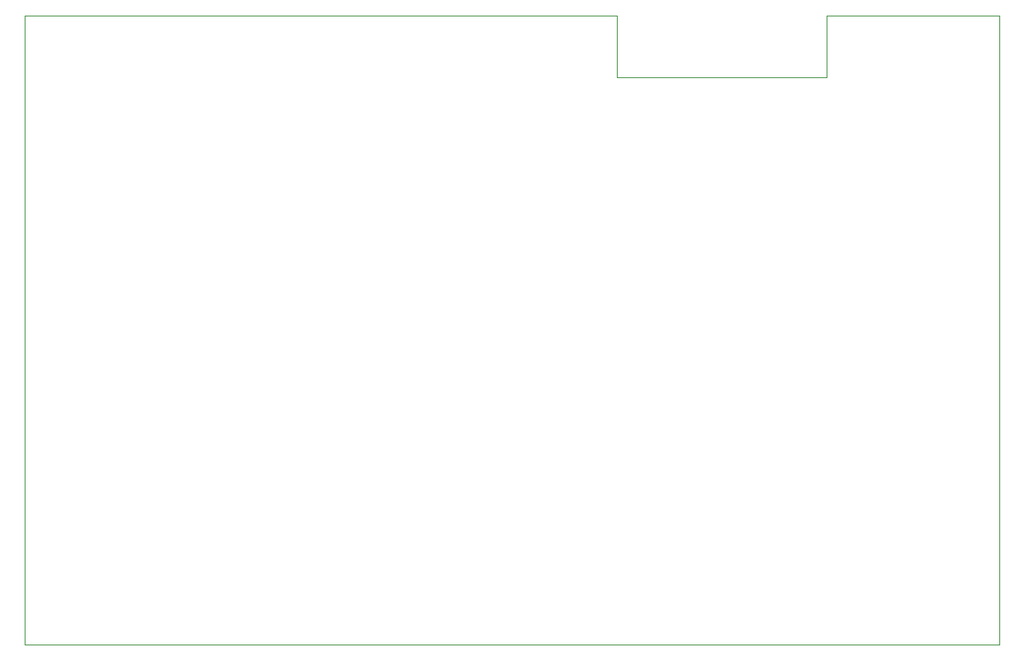
<source format=gbr>
G04 (created by PCBNEW (2013-jul-07)-stable) date Fri 04 Mar 2016 16:06:40 GMT*
%MOIN*%
G04 Gerber Fmt 3.4, Leading zero omitted, Abs format*
%FSLAX34Y34*%
G01*
G70*
G90*
G04 APERTURE LIST*
%ADD10C,0.00590551*%
%ADD11C,0.00393701*%
G04 APERTURE END LIST*
G54D10*
G54D11*
X75000Y-79000D02*
X75000Y-53500D01*
X114500Y-79000D02*
X75000Y-79000D01*
X114500Y-53500D02*
X114500Y-79000D01*
X99000Y-53500D02*
X75000Y-53500D01*
X99000Y-56000D02*
X99000Y-53500D01*
X107500Y-56000D02*
X99000Y-56000D01*
X107500Y-53500D02*
X107500Y-56000D01*
X114500Y-53500D02*
X107500Y-53500D01*
M02*

</source>
